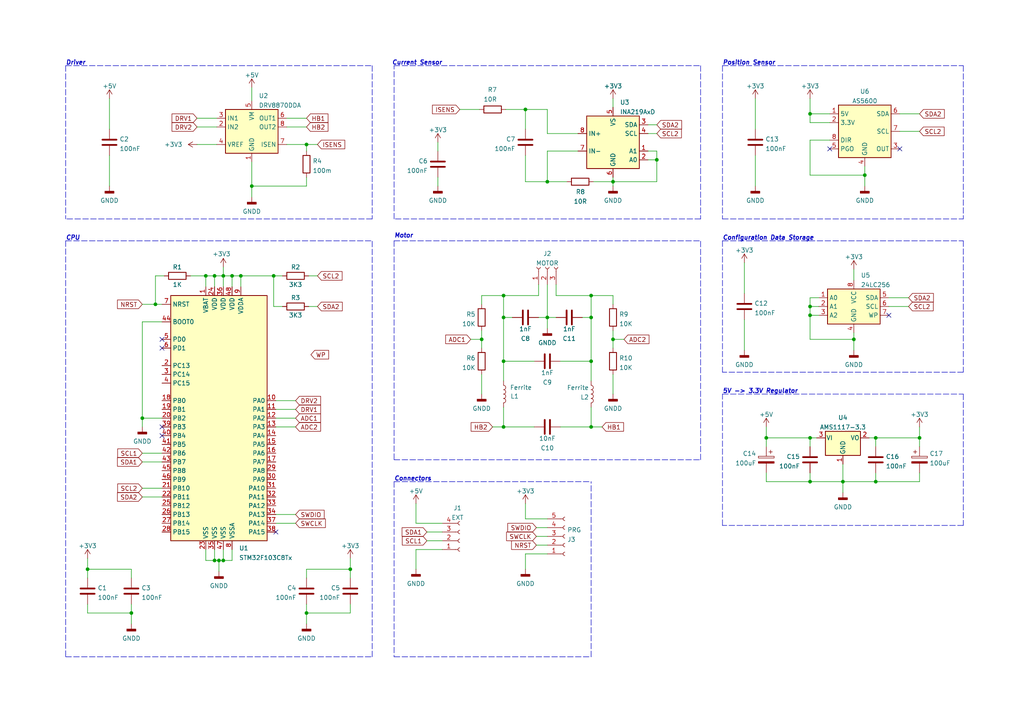
<source format=kicad_sch>
(kicad_sch (version 20211123) (generator eeschema)
  (paper "A4")
  (lib_symbols
    (symbol "Analog_ADC:INA219AxD"
      (property "Reference" "U" (at -6.35 8.89 0))
      (property "Value" "INA219AxD" (at 5.08 8.89 0))
      (symbol "INA219AxD_0_1"
        (rectangle (start -7.62 7.62) (end 7.62 -7.62) (stroke (width 0.254)) (fill (type background)))
      )
      (symbol "INA219AxD_1_1"
        (pin input line (at 10.16 -2.54 180) (length 2.54) (name "A1") (number "1"))
        (pin input line (at 10.16 -5.08 180) (length 2.54) (name "A0") (number "2"))
        (pin bidirectional line (at 10.16 5.08 180) (length 2.54) (name "SDA") (number "3"))
        (pin input line (at 10.16 2.54 180) (length 2.54) (name "SCL") (number "4"))
        (pin power_in line (at 0 10.16 270) (length 2.54) (name "VS") (number "5"))
        (pin power_in line (at 0 -10.16 90) (length 2.54) (name "GND") (number "6"))
        (pin input line (at -10.16 -2.54 0) (length 2.54) (name "IN-") (number "7"))
        (pin input line (at -10.16 2.54 0) (length 2.54) (name "IN+") (number "8"))
      )
    )
    (symbol "Connector:Conn_01x03_Female" (pin_names (offset 1.016) hide)
      (property "Reference" "J" (at 0 5.08 0))
      (property "Value" "Conn_01x03_Female" (at 0 -5.08 0))
      (symbol "Conn_01x03_Female_1_1"
        (arc (start 0 -2.032) (mid -0.508 -2.54) (end 0 -3.048) (stroke (width 0.1524)))
        (polyline (pts (xy -1.27 -2.54) (xy -0.508 -2.54)) (stroke (width 0.1524)))
        (polyline (pts (xy -1.27 0) (xy -0.508 0)) (stroke (width 0.1524)))
        (polyline (pts (xy -1.27 2.54) (xy -0.508 2.54)) (stroke (width 0.1524)))
        (arc (start 0 0.508) (mid -0.508 0) (end 0 -0.508) (stroke (width 0.1524)))
        (arc (start 0 3.048) (mid -0.508 2.54) (end 0 2.032) (stroke (width 0.1524)))
        (pin passive line (at -5.08 2.54 0) (length 3.81) (name "Pin_1") (number "1"))
        (pin passive line (at -5.08 0 0) (length 3.81) (name "Pin_2") (number "2"))
        (pin passive line (at -5.08 -2.54 0) (length 3.81) (name "Pin_3") (number "3"))
      )
    )
    (symbol "Connector:Conn_01x04_Female" (pin_names (offset 1.016) hide)
      (property "Reference" "J" (at 0 5.08 0))
      (property "Value" "Conn_01x04_Female" (at 0 -7.62 0))
      (symbol "Conn_01x04_Female_1_1"
        (arc (start 0 -4.572) (mid -0.508 -5.08) (end 0 -5.588) (stroke (width 0.1524)))
        (arc (start 0 -2.032) (mid -0.508 -2.54) (end 0 -3.048) (stroke (width 0.1524)))
        (polyline (pts (xy -1.27 -5.08) (xy -0.508 -5.08)) (stroke (width 0.1524)))
        (polyline (pts (xy -1.27 -2.54) (xy -0.508 -2.54)) (stroke (width 0.1524)))
        (polyline (pts (xy -1.27 0) (xy -0.508 0)) (stroke (width 0.1524)))
        (polyline (pts (xy -1.27 2.54) (xy -0.508 2.54)) (stroke (width 0.1524)))
        (arc (start 0 0.508) (mid -0.508 0) (end 0 -0.508) (stroke (width 0.1524)))
        (arc (start 0 3.048) (mid -0.508 2.54) (end 0 2.032) (stroke (width 0.1524)))
        (pin passive line (at -5.08 2.54 0) (length 3.81) (name "Pin_1") (number "1"))
        (pin passive line (at -5.08 0 0) (length 3.81) (name "Pin_2") (number "2"))
        (pin passive line (at -5.08 -2.54 0) (length 3.81) (name "Pin_3") (number "3"))
        (pin passive line (at -5.08 -5.08 0) (length 3.81) (name "Pin_4") (number "4"))
      )
    )
    (symbol "Connector:Conn_01x05_Female" (pin_names (offset 1.016) hide)
      (property "Reference" "J" (at 0 7.62 0))
      (property "Value" "Conn_01x05_Female" (at 0 -7.62 0))
      (symbol "Conn_01x05_Female_1_1"
        (arc (start 0 -4.572) (mid -0.508 -5.08) (end 0 -5.588) (stroke (width 0.1524)))
        (arc (start 0 -2.032) (mid -0.508 -2.54) (end 0 -3.048) (stroke (width 0.1524)))
        (polyline (pts (xy -1.27 -5.08) (xy -0.508 -5.08)) (stroke (width 0.1524)))
        (polyline (pts (xy -1.27 -2.54) (xy -0.508 -2.54)) (stroke (width 0.1524)))
        (polyline (pts (xy -1.27 0) (xy -0.508 0)) (stroke (width 0.1524)))
        (polyline (pts (xy -1.27 2.54) (xy -0.508 2.54)) (stroke (width 0.1524)))
        (polyline (pts (xy -1.27 5.08) (xy -0.508 5.08)) (stroke (width 0.1524)))
        (arc (start 0 0.508) (mid -0.508 0) (end 0 -0.508) (stroke (width 0.1524)))
        (arc (start 0 3.048) (mid -0.508 2.54) (end 0 2.032) (stroke (width 0.1524)))
        (arc (start 0 5.588) (mid -0.508 5.08) (end 0 4.572) (stroke (width 0.1524)))
        (pin passive line (at -5.08 5.08 0) (length 3.81) (name "Pin_1") (number "1"))
        (pin passive line (at -5.08 2.54 0) (length 3.81) (name "Pin_2") (number "2"))
        (pin passive line (at -5.08 0 0) (length 3.81) (name "Pin_3") (number "3"))
        (pin passive line (at -5.08 -2.54 0) (length 3.81) (name "Pin_4") (number "4"))
        (pin passive line (at -5.08 -5.08 0) (length 3.81) (name "Pin_5") (number "5"))
      )
    )
    (symbol "Custom:AS5600"
      (property "Reference" "U" (at 0 11.43 0))
      (property "Value" "AS5600" (at 0 8.89 0))
      (symbol "AS5600_0_1"
        (rectangle (start -7.62 7.62) (end 7.62 -7.62) (stroke (width 0.254)) (fill (type background)))
      )
      (symbol "AS5600_1_1"
        (pin power_in line (at -10.16 5.08 0) (length 2.54) (name "5V") (number "1"))
        (pin power_in line (at -10.16 2.54 0) (length 2.54) (name "3.3V") (number "2"))
        (pin output line (at 10.16 -5.08 180) (length 2.54) (name "OUT") (number "3"))
        (pin power_in line (at 0 -10.16 90) (length 2.54) (name "GND") (number "4"))
        (pin input line (at -10.16 -5.08 0) (length 2.54) (name "PGO") (number "5"))
        (pin bidirectional line (at 10.16 5.08 180) (length 2.54) (name "SDA") (number "6"))
        (pin input line (at 10.16 0 180) (length 2.54) (name "SCL") (number "7"))
        (pin input line (at -10.16 -2.54 0) (length 2.54) (name "DIR") (number "8"))
      )
    )
    (symbol "Device:C" (pin_numbers hide) (pin_names (offset 0.254))
      (property "Reference" "C" (at 0.635 2.54 0))
      (property "Value" "C" (at 0.635 -2.54 0))
      (symbol "C_0_1"
        (polyline (pts (xy -2.032 -0.762) (xy 2.032 -0.762)) (stroke (width 0.508)))
        (polyline (pts (xy -2.032 0.762) (xy 2.032 0.762)) (stroke (width 0.508)))
      )
      (symbol "C_1_1"
        (pin passive line (at 0 3.81 270) (length 2.794) (name "~") (number "1"))
        (pin passive line (at 0 -3.81 90) (length 2.794) (name "~") (number "2"))
      )
    )
    (symbol "Device:C_Polarized" (pin_numbers hide) (pin_names (offset 0.254))
      (property "Reference" "C" (at 0.635 2.54 0))
      (property "Value" "C_Polarized" (at 0.635 -2.54 0))
      (symbol "C_Polarized_0_1"
        (rectangle (start -2.286 0.508) (end 2.286 1.016))
        (polyline (pts (xy -1.778 2.286) (xy -0.762 2.286)))
        (polyline (pts (xy -1.27 2.794) (xy -1.27 1.778)))
        (rectangle (start 2.286 -0.508) (end -2.286 -1.016) (fill (type outline)))
      )
      (symbol "C_Polarized_1_1"
        (pin passive line (at 0 3.81 270) (length 2.794) (name "~") (number "1"))
        (pin passive line (at 0 -3.81 90) (length 2.794) (name "~") (number "2"))
      )
    )
    (symbol "Device:L" (pin_numbers hide) (pin_names (offset 1.016) hide)
      (property "Reference" "L" (at -1.27 0 90))
      (property "Value" "L" (at 1.905 0 90))
      (symbol "L_0_1"
        (arc (start 0 -2.54) (mid 0.635 -1.905) (end 0 -1.27))
        (arc (start 0 -1.27) (mid 0.635 -0.635) (end 0 0))
        (arc (start 0 0) (mid 0.635 0.635) (end 0 1.27))
        (arc (start 0 1.27) (mid 0.635 1.905) (end 0 2.54))
      )
      (symbol "L_1_1"
        (pin passive line (at 0 3.81 270) (length 1.27) (name "1") (number "1"))
        (pin passive line (at 0 -3.81 90) (length 1.27) (name "2") (number "2"))
      )
    )
    (symbol "Device:R" (pin_numbers hide) (pin_names (offset 0))
      (property "Reference" "R" (at 2.032 0 90))
      (property "Value" "R" (at 0 0 90))
      (symbol "R_0_1"
        (rectangle (start -1.016 -2.54) (end 1.016 2.54) (stroke (width 0.254)))
      )
      (symbol "R_1_1"
        (pin passive line (at 0 3.81 270) (length 1.27) (name "~") (number "1"))
        (pin passive line (at 0 -3.81 90) (length 1.27) (name "~") (number "2"))
      )
    )
    (symbol "Driver_Motor:DRV8870DDA"
      (property "Reference" "U" (at -6.35 6.35 0))
      (property "Value" "DRV8870DDA" (at 8.89 6.35 0))
      (symbol "DRV8870DDA_0_1"
        (rectangle (start -7.62 5.08) (end 7.62 -7.62) (stroke (width 0.254)) (fill (type background)))
      )
      (symbol "DRV8870DDA_1_1"
        (pin power_in line (at 0 -10.16 90) (length 2.54) (name "GND") (number "1"))
        (pin input line (at -10.16 0 0) (length 2.54) (name "IN2") (number "2"))
        (pin input line (at -10.16 2.54 0) (length 2.54) (name "IN1") (number "3"))
        (pin input line (at -10.16 -5.08 0) (length 2.54) (name "VREF") (number "4"))
        (pin power_in line (at 0 7.62 270) (length 2.54) (name "VM") (number "5"))
        (pin output line (at 10.16 2.54 180) (length 2.54) (name "OUT1") (number "6"))
        (pin passive line (at 10.16 -5.08 180) (length 2.54) (name "ISEN") (number "7"))
        (pin output line (at 10.16 0 180) (length 2.54) (name "OUT2") (number "8"))
        (pin passive line (at 0 -10.16 90) (length 2.54) hide (name "GND") (number "9"))
      )
    )
    (symbol "MCU_ST_STM32F1:STM32F103C8Tx"
      (property "Reference" "U" (at -15.24 36.83 0))
      (property "Value" "STM32F103C8Tx" (at 7.62 36.83 0))
      (symbol "STM32F103C8Tx_0_1"
        (rectangle (start -15.24 -35.56) (end 12.7 35.56) (stroke (width 0.254)) (fill (type background)))
      )
      (symbol "STM32F103C8Tx_1_1"
        (pin power_in line (at -5.08 38.1 270) (length 2.54) (name "VBAT") (number "1"))
        (pin bidirectional line (at 15.24 5.08 180) (length 2.54) (name "PA0") (number "10"))
        (pin bidirectional line (at 15.24 2.54 180) (length 2.54) (name "PA1") (number "11"))
        (pin bidirectional line (at 15.24 0 180) (length 2.54) (name "PA2") (number "12"))
        (pin bidirectional line (at 15.24 -2.54 180) (length 2.54) (name "PA3") (number "13"))
        (pin bidirectional line (at 15.24 -5.08 180) (length 2.54) (name "PA4") (number "14"))
        (pin bidirectional line (at 15.24 -7.62 180) (length 2.54) (name "PA5") (number "15"))
        (pin bidirectional line (at 15.24 -10.16 180) (length 2.54) (name "PA6") (number "16"))
        (pin bidirectional line (at 15.24 -12.7 180) (length 2.54) (name "PA7") (number "17"))
        (pin bidirectional line (at -17.78 5.08 0) (length 2.54) (name "PB0") (number "18"))
        (pin bidirectional line (at -17.78 2.54 0) (length 2.54) (name "PB1") (number "19"))
        (pin bidirectional line (at -17.78 15.24 0) (length 2.54) (name "PC13") (number "2"))
        (pin bidirectional line (at -17.78 0 0) (length 2.54) (name "PB2") (number "20"))
        (pin bidirectional line (at -17.78 -20.32 0) (length 2.54) (name "PB10") (number "21"))
        (pin bidirectional line (at -17.78 -22.86 0) (length 2.54) (name "PB11") (number "22"))
        (pin power_in line (at -5.08 -38.1 90) (length 2.54) (name "VSS") (number "23"))
        (pin power_in line (at -2.54 38.1 270) (length 2.54) (name "VDD") (number "24"))
        (pin bidirectional line (at -17.78 -25.4 0) (length 2.54) (name "PB12") (number "25"))
        (pin bidirectional line (at -17.78 -27.94 0) (length 2.54) (name "PB13") (number "26"))
        (pin bidirectional line (at -17.78 -30.48 0) (length 2.54) (name "PB14") (number "27"))
        (pin bidirectional line (at -17.78 -33.02 0) (length 2.54) (name "PB15") (number "28"))
        (pin bidirectional line (at 15.24 -15.24 180) (length 2.54) (name "PA8") (number "29"))
        (pin bidirectional line (at -17.78 12.7 0) (length 2.54) (name "PC14") (number "3"))
        (pin bidirectional line (at 15.24 -17.78 180) (length 2.54) (name "PA9") (number "30"))
        (pin bidirectional line (at 15.24 -20.32 180) (length 2.54) (name "PA10") (number "31"))
        (pin bidirectional line (at 15.24 -22.86 180) (length 2.54) (name "PA11") (number "32"))
        (pin bidirectional line (at 15.24 -25.4 180) (length 2.54) (name "PA12") (number "33"))
        (pin bidirectional line (at 15.24 -27.94 180) (length 2.54) (name "PA13") (number "34"))
        (pin power_in line (at -2.54 -38.1 90) (length 2.54) (name "VSS") (number "35"))
        (pin power_in line (at 0 38.1 270) (length 2.54) (name "VDD") (number "36"))
        (pin bidirectional line (at 15.24 -30.48 180) (length 2.54) (name "PA14") (number "37"))
        (pin bidirectional line (at 15.24 -33.02 180) (length 2.54) (name "PA15") (number "38"))
        (pin bidirectional line (at -17.78 -2.54 0) (length 2.54) (name "PB3") (number "39"))
        (pin bidirectional line (at -17.78 10.16 0) (length 2.54) (name "PC15") (number "4"))
        (pin bidirectional line (at -17.78 -5.08 0) (length 2.54) (name "PB4") (number "40"))
        (pin bidirectional line (at -17.78 -7.62 0) (length 2.54) (name "PB5") (number "41"))
        (pin bidirectional line (at -17.78 -10.16 0) (length 2.54) (name "PB6") (number "42"))
        (pin bidirectional line (at -17.78 -12.7 0) (length 2.54) (name "PB7") (number "43"))
        (pin input line (at -17.78 27.94 0) (length 2.54) (name "BOOT0") (number "44"))
        (pin bidirectional line (at -17.78 -15.24 0) (length 2.54) (name "PB8") (number "45"))
        (pin bidirectional line (at -17.78 -17.78 0) (length 2.54) (name "PB9") (number "46"))
        (pin power_in line (at 0 -38.1 90) (length 2.54) (name "VSS") (number "47"))
        (pin power_in line (at 2.54 38.1 270) (length 2.54) (name "VDD") (number "48"))
        (pin input line (at -17.78 22.86 0) (length 2.54) (name "PD0") (number "5"))
        (pin input line (at -17.78 20.32 0) (length 2.54) (name "PD1") (number "6"))
        (pin input line (at -17.78 33.02 0) (length 2.54) (name "NRST") (number "7"))
        (pin power_in line (at 2.54 -38.1 90) (length 2.54) (name "VSSA") (number "8"))
        (pin power_in line (at 5.08 38.1 270) (length 2.54) (name "VDDA") (number "9"))
      )
    )
    (symbol "Memory_EEPROM:24LC256"
      (property "Reference" "U" (at -6.35 6.35 0))
      (property "Value" "24LC256" (at 1.27 6.35 0))
      (symbol "24LC256_1_1"
        (rectangle (start -7.62 5.08) (end 7.62 -5.08) (stroke (width 0.254)) (fill (type background)))
        (pin input line (at -10.16 2.54 0) (length 2.54) (name "A0") (number "1"))
        (pin input line (at -10.16 0 0) (length 2.54) (name "A1") (number "2"))
        (pin input line (at -10.16 -2.54 0) (length 2.54) (name "A2") (number "3"))
        (pin power_in line (at 0 -7.62 90) (length 2.54) (name "GND") (number "4"))
        (pin bidirectional line (at 10.16 2.54 180) (length 2.54) (name "SDA") (number "5"))
        (pin input line (at 10.16 0 180) (length 2.54) (name "SCL") (number "6"))
        (pin input line (at 10.16 -2.54 180) (length 2.54) (name "WP") (number "7"))
        (pin power_in line (at 0 7.62 270) (length 2.54) (name "VCC") (number "8"))
      )
    )
    (symbol "Regulator_Linear:AMS1117-3.3" (pin_names (offset 0.254))
      (property "Reference" "U" (at -3.81 3.175 0))
      (property "Value" "AMS1117-3.3" (at 0 3.175 0))
      (symbol "AMS1117-3.3_0_1"
        (rectangle (start -5.08 -5.08) (end 5.08 1.905) (stroke (width 0.254)) (fill (type background)))
      )
      (symbol "AMS1117-3.3_1_1"
        (pin power_in line (at 0 -7.62 90) (length 2.54) (name "GND") (number "1"))
        (pin power_out line (at 7.62 0 180) (length 2.54) (name "VO") (number "2"))
        (pin power_in line (at -7.62 0 0) (length 2.54) (name "VI") (number "3"))
      )
    )
    (symbol "power:+3.3V" (power) (pin_names (offset 0))
      (property "Value" "+3.3V" (at 0 3.556 0))
      (symbol "+3.3V_0_1"
        (polyline (pts (xy -0.762 1.27) (xy 0 2.54)))
        (polyline (pts (xy 0 0) (xy 0 2.54)))
        (polyline (pts (xy 0 2.54) (xy 0.762 1.27)))
      )
      (symbol "+3.3V_1_1"
        (pin power_in line (at 0 0 90) (length 0) hide (name "+3V3") (number "1"))
      )
    )
    (symbol "power:+5V" (power) (pin_names (offset 0))
      (property "Value" "+5V" (at 0 3.556 0))
      (symbol "+5V_0_1"
        (polyline (pts (xy -0.762 1.27) (xy 0 2.54)))
        (polyline (pts (xy 0 0) (xy 0 2.54)))
        (polyline (pts (xy 0 2.54) (xy 0.762 1.27)))
      )
      (symbol "+5V_1_1"
        (pin power_in line (at 0 0 90) (length 0) hide (name "+5V") (number "1"))
      )
    )
    (symbol "power:GNDD" (power) (pin_names (offset 0))
      (property "Value" "GNDD" (at 0 -3.175 0))
      (symbol "GNDD_0_1"
        (rectangle (start -1.27 -1.524) (end 1.27 -2.032) (stroke (width 0.254)) (fill (type outline)))
        (polyline (pts (xy 0 0) (xy 0 -1.524)))
      )
      (symbol "GNDD_1_1"
        (pin power_in line (at 0 0 270) (length 0) hide (name "GNDD") (number "1"))
      )
    )
  )
  (junction (at 146.05 123.825))
  (junction (at 250.825 50.8))
  (junction (at 146.05 92.075))
  (junction (at 177.8 52.705))
  (junction (at 171.45 123.825))
  (junction (at 171.45 85.725))
  (junction (at 67.31 80.01))
  (junction (at 171.45 92.075))
  (junction (at 266.7 127))
  (junction (at 64.77 80.01))
  (junction (at 234.95 127))
  (junction (at 25.4 165.1))
  (junction (at 73.025 53.975))
  (junction (at 177.8 98.425))
  (junction (at 101.6 165.1))
  (junction (at 244.475 139.7))
  (junction (at 222.25 127))
  (junction (at 88.9 177.8))
  (junction (at 79.375 80.01))
  (junction (at 59.69 80.01))
  (junction (at 88.9 41.91))
  (junction (at 234.95 139.7))
  (junction (at 69.85 80.01))
  (junction (at 171.45 104.775))
  (junction (at 64.77 162.56))
  (junction (at 62.23 80.01))
  (junction (at 158.75 92.075))
  (junction (at 41.275 121.285))
  (junction (at 234.95 33.02))
  (junction (at 152.4 31.75))
  (junction (at 234.95 88.9))
  (junction (at 146.05 85.725))
  (junction (at 247.65 98.425))
  (junction (at 139.7 98.425))
  (junction (at 254 139.7))
  (junction (at 234.95 91.44))
  (junction (at 62.23 162.56))
  (junction (at 190.5 46.355))
  (junction (at 45.085 88.265))
  (junction (at 146.05 104.775))
  (junction (at 63.5 162.56))
  (junction (at 38.1 177.8))
  (junction (at 254 127))
  (junction (at 158.75 52.705))
  (no_connect (at 260.985 43.18))
  (no_connect (at 46.99 100.965))
  (no_connect (at 46.99 126.365))
  (no_connect (at 46.99 123.825))
  (no_connect (at 80.01 154.305))
  (no_connect (at 46.99 98.425))
  (no_connect (at 240.665 43.18))
  (no_connect (at 257.81 91.44))
  (wire (pts (xy 222.25 127) (xy 234.95 127)))
  (wire (pts (xy 187.96 43.815) (xy 190.5 43.815)))
  (wire (pts (xy 234.95 88.9) (xy 237.49 88.9)))
  (wire (pts (xy 266.7 137.16) (xy 266.7 139.7)))
  (wire (pts (xy 187.96 46.355) (xy 190.5 46.355)))
  (wire (pts (xy 41.275 141.605) (xy 46.99 141.605)))
  (wire (pts (xy 244.475 139.7) (xy 244.475 142.875)))
  (wire (pts (xy 240.665 40.64) (xy 234.95 40.64)))
  (polyline (pts (xy 114.3 139.7) (xy 114.3 190.5)))
  (wire (pts (xy 142.875 123.825) (xy 146.05 123.825)))
  (wire (pts (xy 59.69 162.56) (xy 62.23 162.56)))
  (wire (pts (xy 139.7 98.425) (xy 139.7 100.965)))
  (wire (pts (xy 89.535 80.01) (xy 92.075 80.01)))
  (wire (pts (xy 41.275 93.345) (xy 46.99 93.345)))
  (wire (pts (xy 80.01 151.765) (xy 85.725 151.765)))
  (wire (pts (xy 146.05 92.075) (xy 146.05 104.775)))
  (wire (pts (xy 31.75 45.085) (xy 31.75 53.975)))
  (wire (pts (xy 152.4 150.495) (xy 158.75 150.495)))
  (wire (pts (xy 80.01 116.205) (xy 85.725 116.205)))
  (wire (pts (xy 62.23 159.385) (xy 62.23 162.56)))
  (wire (pts (xy 158.75 160.655) (xy 152.4 160.655)))
  (wire (pts (xy 187.96 38.735) (xy 190.5 38.735)))
  (wire (pts (xy 257.81 86.36) (xy 263.525 86.36)))
  (wire (pts (xy 80.01 123.825) (xy 85.725 123.825)))
  (wire (pts (xy 46.99 88.265) (xy 45.085 88.265)))
  (wire (pts (xy 247.65 98.425) (xy 247.65 101.6)))
  (wire (pts (xy 247.65 96.52) (xy 247.65 98.425)))
  (wire (pts (xy 234.95 91.44) (xy 237.49 91.44)))
  (wire (pts (xy 25.4 161.925) (xy 25.4 165.1)))
  (wire (pts (xy 38.1 177.8) (xy 25.4 177.8)))
  (wire (pts (xy 171.45 118.11) (xy 171.45 123.825)))
  (wire (pts (xy 139.7 85.725) (xy 146.05 85.725)))
  (polyline (pts (xy 19.05 69.85) (xy 107.95 69.85)))
  (wire (pts (xy 254 139.7) (xy 266.7 139.7)))
  (polyline (pts (xy 114.3 69.85) (xy 203.2 69.85)))
  (wire (pts (xy 244.475 139.7) (xy 254 139.7)))
  (wire (pts (xy 254 129.54) (xy 254 127)))
  (wire (pts (xy 237.49 86.36) (xy 234.95 86.36)))
  (polyline (pts (xy 279.4 107.95) (xy 209.55 107.95)))
  (wire (pts (xy 101.6 165.1) (xy 88.9 165.1)))
  (wire (pts (xy 155.575 155.575) (xy 158.75 155.575)))
  (wire (pts (xy 152.4 160.655) (xy 152.4 165.1)))
  (polyline (pts (xy 209.55 69.85) (xy 279.4 69.85)))
  (polyline (pts (xy 209.55 69.85) (xy 209.55 107.95)))
  (polyline (pts (xy 107.95 63.5) (xy 19.05 63.5)))
  (wire (pts (xy 67.31 80.01) (xy 69.85 80.01)))
  (wire (pts (xy 156.21 92.075) (xy 158.75 92.075)))
  (wire (pts (xy 234.95 40.64) (xy 234.95 50.8)))
  (wire (pts (xy 41.275 123.825) (xy 41.275 121.285)))
  (wire (pts (xy 80.01 118.745) (xy 85.725 118.745)))
  (wire (pts (xy 146.685 31.75) (xy 152.4 31.75)))
  (wire (pts (xy 146.05 92.075) (xy 148.59 92.075)))
  (wire (pts (xy 234.95 33.02) (xy 234.95 35.56)))
  (wire (pts (xy 190.5 43.815) (xy 190.5 46.355)))
  (polyline (pts (xy 19.05 69.85) (xy 19.05 190.5)))
  (wire (pts (xy 222.25 137.16) (xy 222.25 139.7)))
  (wire (pts (xy 73.025 46.99) (xy 73.025 53.975)))
  (wire (pts (xy 88.9 41.91) (xy 88.9 43.815)))
  (wire (pts (xy 161.29 82.55) (xy 161.29 85.725)))
  (wire (pts (xy 38.1 165.1) (xy 38.1 167.64)))
  (wire (pts (xy 234.95 127) (xy 236.855 127)))
  (wire (pts (xy 250.825 48.26) (xy 250.825 50.8)))
  (wire (pts (xy 158.75 43.815) (xy 158.75 52.705)))
  (wire (pts (xy 172.085 52.705) (xy 177.8 52.705)))
  (wire (pts (xy 79.375 80.01) (xy 81.915 80.01)))
  (wire (pts (xy 80.01 149.225) (xy 85.725 149.225)))
  (wire (pts (xy 25.4 165.1) (xy 38.1 165.1)))
  (wire (pts (xy 152.4 146.05) (xy 152.4 150.495)))
  (wire (pts (xy 67.31 80.01) (xy 67.31 83.185)))
  (wire (pts (xy 171.45 92.075) (xy 171.45 104.775)))
  (polyline (pts (xy 114.3 139.7) (xy 171.45 139.7)))
  (wire (pts (xy 168.91 92.075) (xy 171.45 92.075)))
  (polyline (pts (xy 114.3 133.35) (xy 203.2 133.35)))
  (wire (pts (xy 146.05 104.775) (xy 146.05 110.49)))
  (wire (pts (xy 234.95 35.56) (xy 240.665 35.56)))
  (wire (pts (xy 120.65 159.385) (xy 128.27 159.385)))
  (wire (pts (xy 152.4 31.75) (xy 158.75 31.75)))
  (wire (pts (xy 139.7 95.885) (xy 139.7 98.425)))
  (wire (pts (xy 64.77 80.01) (xy 64.77 83.185)))
  (polyline (pts (xy 209.55 63.5) (xy 279.4 63.5)))
  (wire (pts (xy 67.31 162.56) (xy 67.31 159.385)))
  (wire (pts (xy 152.4 45.085) (xy 152.4 52.705)))
  (wire (pts (xy 88.9 51.435) (xy 88.9 53.975)))
  (wire (pts (xy 59.69 83.185) (xy 59.69 80.01)))
  (polyline (pts (xy 19.05 19.05) (xy 19.05 63.5)))
  (wire (pts (xy 64.77 159.385) (xy 64.77 162.56)))
  (wire (pts (xy 158.75 82.55) (xy 158.75 92.075)))
  (wire (pts (xy 101.6 161.925) (xy 101.6 165.1)))
  (wire (pts (xy 88.9 175.26) (xy 88.9 177.8)))
  (wire (pts (xy 41.275 93.345) (xy 41.275 121.285)))
  (wire (pts (xy 254 137.16) (xy 254 139.7)))
  (wire (pts (xy 171.45 104.775) (xy 171.45 110.49)))
  (wire (pts (xy 41.275 131.445) (xy 46.99 131.445)))
  (wire (pts (xy 31.75 28.575) (xy 31.75 37.465)))
  (wire (pts (xy 41.275 133.985) (xy 46.99 133.985)))
  (wire (pts (xy 257.81 88.9) (xy 263.525 88.9)))
  (wire (pts (xy 234.95 129.54) (xy 234.95 127)))
  (wire (pts (xy 177.8 108.585) (xy 177.8 114.3)))
  (wire (pts (xy 73.025 53.975) (xy 88.9 53.975)))
  (polyline (pts (xy 107.95 19.05) (xy 107.95 63.5)))
  (wire (pts (xy 69.85 80.01) (xy 69.85 83.185)))
  (wire (pts (xy 162.56 123.825) (xy 171.45 123.825)))
  (wire (pts (xy 64.77 80.01) (xy 64.77 77.47)))
  (wire (pts (xy 177.8 51.435) (xy 177.8 52.705)))
  (wire (pts (xy 120.65 165.1) (xy 120.65 159.385)))
  (wire (pts (xy 69.85 80.01) (xy 79.375 80.01)))
  (wire (pts (xy 219.075 28.575) (xy 219.075 37.465)))
  (wire (pts (xy 240.665 33.02) (xy 234.95 33.02)))
  (wire (pts (xy 57.15 36.83) (xy 62.865 36.83)))
  (wire (pts (xy 177.8 85.725) (xy 171.45 85.725)))
  (wire (pts (xy 123.825 154.305) (xy 128.27 154.305)))
  (wire (pts (xy 234.95 91.44) (xy 234.95 98.425)))
  (polyline (pts (xy 171.45 190.5) (xy 171.45 139.7)))
  (wire (pts (xy 62.23 80.01) (xy 64.77 80.01)))
  (wire (pts (xy 62.23 83.185) (xy 62.23 80.01)))
  (wire (pts (xy 162.56 104.775) (xy 171.45 104.775)))
  (polyline (pts (xy 107.95 190.5) (xy 107.95 69.85)))
  (polyline (pts (xy 19.05 19.05) (xy 107.95 19.05)))
  (polyline (pts (xy 279.4 152.4) (xy 209.55 152.4)))
  (wire (pts (xy 139.7 108.585) (xy 139.7 114.3)))
  (wire (pts (xy 222.25 123.825) (xy 222.25 127)))
  (wire (pts (xy 266.7 129.54) (xy 266.7 127)))
  (wire (pts (xy 234.95 50.8) (xy 250.825 50.8)))
  (wire (pts (xy 156.21 85.725) (xy 146.05 85.725)))
  (wire (pts (xy 127 41.275) (xy 127 43.815)))
  (wire (pts (xy 25.4 175.26) (xy 25.4 177.8)))
  (wire (pts (xy 73.025 53.975) (xy 73.025 57.15)))
  (wire (pts (xy 158.75 52.705) (xy 164.465 52.705)))
  (wire (pts (xy 177.8 95.885) (xy 177.8 98.425)))
  (wire (pts (xy 57.15 34.29) (xy 62.865 34.29)))
  (polyline (pts (xy 279.4 114.3) (xy 279.4 152.4)))
  (wire (pts (xy 41.275 144.145) (xy 46.99 144.145)))
  (wire (pts (xy 41.275 88.265) (xy 45.085 88.265)))
  (polyline (pts (xy 209.55 19.05) (xy 209.55 63.5)))
  (wire (pts (xy 79.375 80.01) (xy 79.375 88.9)))
  (wire (pts (xy 55.245 80.01) (xy 59.69 80.01)))
  (wire (pts (xy 190.5 46.355) (xy 190.5 52.705)))
  (wire (pts (xy 41.275 121.285) (xy 46.99 121.285)))
  (wire (pts (xy 101.6 175.26) (xy 101.6 177.8)))
  (wire (pts (xy 234.95 98.425) (xy 247.65 98.425)))
  (wire (pts (xy 88.9 41.91) (xy 92.075 41.91)))
  (wire (pts (xy 215.9 92.71) (xy 215.9 101.6)))
  (wire (pts (xy 222.25 129.54) (xy 222.25 127)))
  (wire (pts (xy 187.96 36.195) (xy 190.5 36.195)))
  (wire (pts (xy 177.8 52.705) (xy 177.8 53.975)))
  (wire (pts (xy 250.825 50.8) (xy 250.825 53.975)))
  (wire (pts (xy 83.185 34.29) (xy 88.9 34.29)))
  (wire (pts (xy 128.27 151.765) (xy 120.65 151.765)))
  (wire (pts (xy 177.8 98.425) (xy 180.975 98.425)))
  (wire (pts (xy 177.8 98.425) (xy 177.8 100.965)))
  (wire (pts (xy 89.535 88.9) (xy 92.075 88.9)))
  (wire (pts (xy 155.575 153.035) (xy 158.75 153.035)))
  (polyline (pts (xy 203.2 133.35) (xy 203.2 69.85)))
  (wire (pts (xy 234.95 28.575) (xy 234.95 33.02)))
  (wire (pts (xy 80.01 121.285) (xy 85.725 121.285)))
  (wire (pts (xy 45.085 88.265) (xy 45.085 80.01)))
  (wire (pts (xy 64.77 162.56) (xy 67.31 162.56)))
  (wire (pts (xy 156.21 82.55) (xy 156.21 85.725)))
  (wire (pts (xy 25.4 165.1) (xy 25.4 167.64)))
  (wire (pts (xy 146.05 104.775) (xy 154.94 104.775)))
  (wire (pts (xy 155.575 158.115) (xy 158.75 158.115)))
  (wire (pts (xy 45.085 80.01) (xy 47.625 80.01)))
  (wire (pts (xy 161.29 85.725) (xy 171.45 85.725)))
  (wire (pts (xy 63.5 162.56) (xy 64.77 162.56)))
  (polyline (pts (xy 19.05 190.5) (xy 107.95 190.5)))
  (wire (pts (xy 222.25 139.7) (xy 234.95 139.7)))
  (wire (pts (xy 234.95 137.16) (xy 234.95 139.7)))
  (polyline (pts (xy 114.3 190.5) (xy 171.45 190.5)))
  (wire (pts (xy 64.77 80.01) (xy 67.31 80.01)))
  (wire (pts (xy 62.23 162.56) (xy 63.5 162.56)))
  (wire (pts (xy 158.75 92.075) (xy 158.75 95.25)))
  (wire (pts (xy 38.1 175.26) (xy 38.1 177.8)))
  (wire (pts (xy 171.45 85.725) (xy 171.45 92.075)))
  (polyline (pts (xy 279.4 19.05) (xy 279.4 63.5)))
  (wire (pts (xy 57.15 41.91) (xy 62.865 41.91)))
  (wire (pts (xy 120.65 151.765) (xy 120.65 146.05)))
  (wire (pts (xy 260.985 38.1) (xy 266.7 38.1)))
  (polyline (pts (xy 114.3 63.5) (xy 114.3 19.05)))
  (wire (pts (xy 219.075 45.085) (xy 219.075 53.975)))
  (wire (pts (xy 83.185 36.83) (xy 88.9 36.83)))
  (wire (pts (xy 123.825 156.845) (xy 128.27 156.845)))
  (wire (pts (xy 79.375 88.9) (xy 81.915 88.9)))
  (wire (pts (xy 254 127) (xy 266.7 127)))
  (wire (pts (xy 171.45 123.825) (xy 174.625 123.825)))
  (wire (pts (xy 234.95 88.9) (xy 234.95 91.44)))
  (wire (pts (xy 101.6 165.1) (xy 101.6 167.64)))
  (polyline (pts (xy 203.2 63.5) (xy 114.3 63.5)))
  (wire (pts (xy 158.75 38.735) (xy 167.64 38.735)))
  (wire (pts (xy 252.095 127) (xy 254 127)))
  (polyline (pts (xy 209.55 19.05) (xy 279.4 19.05)))
  (wire (pts (xy 234.95 86.36) (xy 234.95 88.9)))
  (wire (pts (xy 127 51.435) (xy 127 53.975)))
  (wire (pts (xy 234.95 139.7) (xy 244.475 139.7)))
  (wire (pts (xy 158.75 43.815) (xy 167.64 43.815)))
  (polyline (pts (xy 114.3 69.85) (xy 114.3 133.35)))
  (wire (pts (xy 146.05 123.825) (xy 154.94 123.825)))
  (wire (pts (xy 63.5 165.735) (xy 63.5 162.56)))
  (wire (pts (xy 38.1 177.8) (xy 38.1 180.975)))
  (wire (pts (xy 177.8 52.705) (xy 190.5 52.705)))
  (wire (pts (xy 152.4 31.75) (xy 152.4 37.465)))
  (wire (pts (xy 158.75 92.075) (xy 161.29 92.075)))
  (polyline (pts (xy 279.4 69.85) (xy 279.4 107.95)))
  (wire (pts (xy 73.025 25.4) (xy 73.025 29.21)))
  (wire (pts (xy 146.05 85.725) (xy 146.05 92.075)))
  (wire (pts (xy 83.185 41.91) (xy 88.9 41.91)))
  (wire (pts (xy 244.475 139.7) (xy 244.475 134.62)))
  (polyline (pts (xy 114.3 19.05) (xy 203.2 19.05)))
  (wire (pts (xy 158.75 31.75) (xy 158.75 38.735)))
  (polyline (pts (xy 203.2 19.05) (xy 203.2 63.5)))
  (wire (pts (xy 177.8 28.575) (xy 177.8 31.115)))
  (wire (pts (xy 152.4 52.705) (xy 158.75 52.705)))
  (polyline (pts (xy 209.55 152.4) (xy 209.55 114.3)))
  (wire (pts (xy 62.23 80.01) (xy 59.69 80.01)))
  (wire (pts (xy 247.65 78.105) (xy 247.65 81.28)))
  (wire (pts (xy 146.05 118.11) (xy 146.05 123.825)))
  (wire (pts (xy 101.6 177.8) (xy 88.9 177.8)))
  (wire (pts (xy 59.69 159.385) (xy 59.69 162.56)))
  (polyline (pts (xy 209.55 114.3) (xy 279.4 114.3)))
  (wire (pts (xy 88.9 177.8) (xy 88.9 180.975)))
  (wire (pts (xy 260.985 33.02) (xy 266.7 33.02)))
  (wire (pts (xy 88.9 165.1) (xy 88.9 167.64)))
  (wire (pts (xy 139.7 88.265) (xy 139.7 85.725)))
  (wire (pts (xy 133.35 31.75) (xy 139.065 31.75)))
  (wire (pts (xy 177.8 88.265) (xy 177.8 85.725)))
  (wire (pts (xy 136.525 98.425) (xy 139.7 98.425)))
  (wire (pts (xy 266.7 123.825) (xy 266.7 127)))
  (wire (pts (xy 215.9 76.2) (xy 215.9 85.09)))
  (text "Current Sensor" (at 113.665 19.05 0) (effects (font (size 1.27 1.27) bold italic) (justify left bottom)))
  (text "Position Sensor\n" (at 209.55 19.05 0) (effects (font (size 1.27 1.27) bold italic) (justify left bottom)))
  (text "Motor" (at 114.3 69.215 0) (effects (font (size 1.27 1.27) bold italic) (justify left bottom)))
  (text "5V -> 3.3V Regulator" (at 209.55 114.3 0) (effects (font (size 1.27 1.27) (thickness 0.254) bold italic) (justify left bottom)))
  (text "Driver\n" (at 19.05 19.05 0) (effects (font (size 1.27 1.27) bold italic) (justify left bottom)))
  (text "CPU" (at 19.05 69.85 0) (effects (font (size 1.27 1.27) bold italic) (justify left bottom)))
  (text "Connectors" (at 114.3 139.7 0) (effects (font (size 1.27 1.27) bold italic) (justify left bottom)))
  (text "Configuration Data Storage" (at 209.55 69.85 0) (effects (font (size 1.27 1.27) bold italic) (justify left bottom)))
  (global_label "NRST" (shape input) (at 41.275 88.265 180) (property "Intersheet References" "${INTERSHEET_REFS}" (effects hide)))
  (global_label "ADC2" (shape input) (at 85.725 123.825 0) (property "Intersheet References" "${INTERSHEET_REFS}" (effects hide)))
  (global_label "SCL2" (shape input) (at 92.075 80.01 0) (property "Intersheet References" "${INTERSHEET_REFS}" (effects hide)))
  (global_label "SCL2" (shape input) (at 266.7 38.1 0) (property "Intersheet References" "${INTERSHEET_REFS}" (effects hide)))
  (global_label "SDA2" (shape input) (at 41.275 144.145 180) (property "Intersheet References" "${INTERSHEET_REFS}" (effects hide)))
  (global_label "SDA1" (shape input) (at 41.275 133.985 180) (property "Intersheet References" "${INTERSHEET_REFS}" (effects hide)))
  (global_label "SDA2" (shape input) (at 92.075 88.9 0) (property "Intersheet References" "${INTERSHEET_REFS}" (effects hide)))
  (global_label "SDA1" (shape input) (at 123.825 154.305 180) (property "Intersheet References" "${INTERSHEET_REFS}" (effects hide)))
  (global_label "SCL2" (shape input) (at 190.5 38.735 0) (property "Intersheet References" "${INTERSHEET_REFS}" (effects hide)))
  (global_label "HB1" (shape input) (at 174.625 123.825 0) (property "Intersheet References" "${INTERSHEET_REFS}" (effects hide)))
  (global_label "SDA2" (shape input) (at 190.5 36.195 0) (property "Intersheet References" "${INTERSHEET_REFS}" (effects hide)))
  (global_label "SCL2" (shape input) (at 263.525 88.9 0) (property "Intersheet References" "${INTERSHEET_REFS}" (effects hide)))
  (global_label "ADC1" (shape input) (at 85.725 121.285 0) (property "Intersheet References" "${INTERSHEET_REFS}" (effects hide)))
  (global_label "SCL1" (shape input) (at 41.275 131.445 180) (property "Intersheet References" "${INTERSHEET_REFS}" (effects hide)))
  (global_label "DRV1" (shape input) (at 85.725 118.745 0) (property "Intersheet References" "${INTERSHEET_REFS}" (effects hide)))
  (global_label "DRV2" (shape input) (at 57.15 36.83 180) (property "Intersheet References" "${INTERSHEET_REFS}" (effects hide)))
  (global_label "SCL2" (shape input) (at 41.275 141.605 180) (property "Intersheet References" "${INTERSHEET_REFS}" (effects hide)))
  (global_label "HB2" (shape input) (at 88.9 36.83 0) (property "Intersheet References" "${INTERSHEET_REFS}" (effects hide)))
  (global_label "ADC1" (shape input) (at 136.525 98.425 180) (property "Intersheet References" "${INTERSHEET_REFS}" (effects hide)))
  (global_label "WP" (shape input) (at 90.17 102.87 0) (property "Intersheet References" "${INTERSHEET_REFS}" (effects hide)))
  (global_label "ISENS" (shape input) (at 133.35 31.75 180) (property "Intersheet References" "${INTERSHEET_REFS}" (effects hide)))
  (global_label "HB1" (shape input) (at 88.9 34.29 0) (property "Intersheet References" "${INTERSHEET_REFS}" (effects hide)))
  (global_label "ISENS" (shape input) (at 92.075 41.91 0) (property "Intersheet References" "${INTERSHEET_REFS}" (effects hide)))
  (global_label "SCL1" (shape input) (at 123.825 156.845 180) (property "Intersheet References" "${INTERSHEET_REFS}" (effects hide)))
  (global_label "SWCLK" (shape input) (at 155.575 155.575 180) (property "Intersheet References" "${INTERSHEET_REFS}" (effects hide)))
  (global_label "HB2" (shape input) (at 142.875 123.825 180) (property "Intersheet References" "${INTERSHEET_REFS}" (effects hide)))
  (global_label "ADC2" (shape input) (at 180.975 98.425 0) (property "Intersheet References" "${INTERSHEET_REFS}" (effects hide)))
  (global_label "SWDIO" (shape input) (at 155.575 153.035 180) (property "Intersheet References" "${INTERSHEET_REFS}" (effects hide)))
  (global_label "DRV1" (shape input) (at 57.15 34.29 180) (property "Intersheet References" "${INTERSHEET_REFS}" (effects hide)))
  (global_label "NRST" (shape input) (at 155.575 158.115 180) (property "Intersheet References" "${INTERSHEET_REFS}" (effects hide)))
  (global_label "SDA2" (shape input) (at 263.525 86.36 0) (property "Intersheet References" "${INTERSHEET_REFS}" (effects hide)))
  (global_label "SWDIO" (shape input) (at 85.725 149.225 0) (property "Intersheet References" "${INTERSHEET_REFS}" (effects hide)))
  (global_label "DRV2" (shape input) (at 85.725 116.205 0) (property "Intersheet References" "${INTERSHEET_REFS}" (effects hide)))
  (global_label "SWCLK" (shape input) (at 85.725 151.765 0) (property "Intersheet References" "${INTERSHEET_REFS}" (effects hide)))
  (global_label "SDA2" (shape input) (at 266.7 33.02 0) (property "Intersheet References" "${INTERSHEET_REFS}" (effects hide)))
  (symbol (lib_id "Connector:Conn_01x05_Female") (at 163.83 155.575 0) (mirror x) (unit 1)
    (property "Reference" "J3" (at 164.5412 156.4835 0) (effects (justify left)))
    (property "Value" "PRG" (at 164.5412 153.7084 0) (effects (justify left)))
    (property "Footprint" "Connector_PinHeader_2.54mm:PinHeader_1x05_P2.54mm_Vertical_SMD_Pin1Left" (effects hide))
  )
  (symbol (lib_id "Driver_Motor:DRV8870DDA") (at 73.025 36.83 0) (unit 1)
    (property "Reference" "U2" (at 75.0444 27.7835 0) (effects (justify left)))
    (property "Value" "DRV8870DDA" (at 75.0444 30.5586 0) (effects (justify left)))
    (property "Footprint" "Package_SO:SOIC-8-1EP_3.9x4.9mm_P1.27mm_EP2.514x3.2mm" (effects hide))
    (property "Datasheet" "http://www.ti.com/lit/ds/symlink/drv8870.pdf" (effects hide))
  )
  (symbol (lib_id "Device:R") (at 139.7 92.075 0) (unit 1)
    (property "Reference" "R5" (at 137.922 91.1665 0) (effects (justify right)))
    (property "Value" "10K" (at 137.922 93.9416 0) (effects (justify right)))
    (property "Footprint" "Resistor_SMD:R_0603_1608Metric_Pad0.98x0.95mm_HandSolder" (effects hide))
  )
  (symbol (lib_id "Device:R") (at 177.8 92.075 0) (mirror y) (unit 1)
    (property "Reference" "R9" (at 179.578 91.1665 0) (effects (justify right)))
    (property "Value" "10K" (at 179.578 93.9416 0) (effects (justify right)))
    (property "Footprint" "Resistor_SMD:R_0603_1608Metric_Pad0.98x0.95mm_HandSolder" (effects hide))
  )
  (symbol (lib_id "power:+3.3V") (at 127 41.275 0) (unit 1)
    (property "Reference" "#PWR015" (effects hide))
    (property "Value" "+3.3V" (at 127 37.6705 0))
  )
  (symbol (lib_id "power:GNDD") (at 247.65 101.6 0) (mirror y) (unit 1)
    (property "Reference" "#PWR031" (effects hide))
    (property "Value" "GNDD" (at 247.65 105.7815 0))
  )
  (symbol (lib_id "Device:C") (at 158.75 104.775 90) (mirror x) (unit 1)
    (property "Reference" "C9" (at 158.75 110.9005 90))
    (property "Value" "1nF" (at 158.75 108.1254 90))
    (property "Footprint" "Resistor_SMD:R_0603_1608Metric_Pad0.98x0.95mm_HandSolder" (effects hide))
  )
  (symbol (lib_id "Regulator_Linear:AMS1117-3.3") (at 244.475 127 0) (unit 1)
    (property "Reference" "U4" (at 244.475 121.1285 0))
    (property "Value" "AMS1117-3.3" (at 244.475 123.9036 0))
    (property "Footprint" "Package_TO_SOT_SMD:SOT-223-3_TabPin2" (effects hide))
    (property "Datasheet" "http://www.advanced-monolithic.com/pdf/ds1117.pdf" (effects hide))
  )
  (symbol (lib_id "power:GNDD") (at 177.8 53.975 0) (unit 1)
    (property "Reference" "#PWR021" (effects hide))
    (property "Value" "GNDD" (at 177.8 58.1565 0))
  )
  (symbol (lib_id "power:+3.3V") (at 177.8 28.575 0) (unit 1)
    (property "Reference" "#PWR020" (effects hide))
    (property "Value" "+3.3V" (at 177.8 24.9705 0))
  )
  (symbol (lib_id "power:GNDD") (at 41.275 123.825 0) (mirror y) (unit 1)
    (property "Reference" "#PWR05" (effects hide))
    (property "Value" "GNDD" (at 41.275 128.0065 0))
  )
  (symbol (lib_id "Device:C") (at 88.9 171.45 0) (mirror x) (unit 1)
    (property "Reference" "C4" (at 85.979 170.5415 0) (effects (justify right)))
    (property "Value" "100nF" (at 85.979 173.3166 0) (effects (justify right)))
    (property "Footprint" "Resistor_SMD:R_0603_1608Metric_Pad0.98x0.95mm_HandSolder" (effects hide))
  )
  (symbol (lib_id "power:+3.3V") (at 152.4 146.05 0) (unit 1)
    (property "Reference" "#PWR018" (effects hide))
    (property "Value" "+3.3V" (at 152.4 142.4455 0))
  )
  (symbol (lib_id "power:GNDD") (at 31.75 53.975 0) (mirror y) (unit 1)
    (property "Reference" "#PWR03" (effects hide))
    (property "Value" "GNDD" (at 31.75 58.1565 0))
  )
  (symbol (lib_id "power:+5V") (at 120.65 146.05 0) (unit 1)
    (property "Reference" "#PWR013" (effects hide))
    (property "Value" "+5V" (at 120.65 142.4455 0))
  )
  (symbol (lib_id "Device:C") (at 38.1 171.45 180) (unit 1)
    (property "Reference" "C3" (at 41.021 170.5415 0) (effects (justify right)))
    (property "Value" "100nF" (at 41.021 173.3166 0) (effects (justify right)))
    (property "Footprint" "Resistor_SMD:R_0603_1608Metric_Pad0.98x0.95mm_HandSolder" (effects hide))
  )
  (symbol (lib_id "power:GNDD") (at 244.475 142.875 0) (unit 1)
    (property "Reference" "#PWR029" (effects hide))
    (property "Value" "GNDD" (at 244.475 147.0565 0))
  )
  (symbol (lib_id "power:GNDD") (at 63.5 165.735 0) (mirror y) (unit 1)
    (property "Reference" "#PWR07" (effects hide))
    (property "Value" "GNDD" (at 63.5 169.9165 0))
  )
  (symbol (lib_id "power:GNDD") (at 177.8 114.3 0) (unit 1)
    (property "Reference" "#PWR022" (effects hide))
    (property "Value" "GNDD" (at 177.8 118.4815 0))
  )
  (symbol (lib_id "power:+3.3V") (at 247.65 78.105 0) (mirror y) (unit 1)
    (property "Reference" "#PWR030" (effects hide))
    (property "Value" "+3.3V" (at 247.65 74.5005 0))
  )
  (symbol (lib_id "power:+3.3V") (at 101.6 161.925 0) (unit 1)
    (property "Reference" "#PWR012" (effects hide))
    (property "Value" "+3.3V" (at 101.6 158.3205 0))
  )
  (symbol (lib_id "power:GNDD") (at 120.65 165.1 0) (unit 1)
    (property "Reference" "#PWR014" (effects hide))
    (property "Value" "GNDD" (at 120.65 169.2815 0))
  )
  (symbol (lib_id "power:+5V") (at 222.25 123.825 0) (unit 1)
    (property "Reference" "#PWR027" (effects hide))
    (property "Value" "+5V" (at 222.25 120.2205 0))
  )
  (symbol (lib_id "power:GNDD") (at 215.9 101.6 0) (mirror y) (unit 1)
    (property "Reference" "#PWR024" (effects hide))
    (property "Value" "GNDD" (at 215.9 105.7815 0))
  )
  (symbol (lib_id "Device:L") (at 171.45 114.3 0) (unit 1)
    (property "Reference" "L2" (at 170.815 115.2085 0) (effects (justify right)))
    (property "Value" "Ferrite" (at 170.815 112.4334 0) (effects (justify right)))
    (property "Footprint" "Resistor_SMD:R_0603_1608Metric_Pad0.98x0.95mm_HandSolder" (effects hide))
  )
  (symbol (lib_id "power:+3.3V") (at 215.9 76.2 0) (mirror y) (unit 1)
    (property "Reference" "#PWR023" (effects hide))
    (property "Value" "+3.3V" (at 215.9 72.5955 0))
  )
  (symbol (lib_id "Device:R") (at 142.875 31.75 90) (mirror x) (unit 1)
    (property "Reference" "R7" (at 144.145 26.035 90) (effects (justify left)))
    (property "Value" "10R" (at 144.145 28.8101 90) (effects (justify left)))
    (property "Footprint" "Resistor_SMD:R_0603_1608Metric_Pad0.98x0.95mm_HandSolder" (effects hide))
  )
  (symbol (lib_id "Device:R") (at 139.7 104.775 0) (unit 1)
    (property "Reference" "R6" (at 137.922 103.8665 0) (effects (justify right)))
    (property "Value" "10K" (at 137.922 106.6416 0) (effects (justify right)))
    (property "Footprint" "Resistor_SMD:R_0603_1608Metric_Pad0.98x0.95mm_HandSolder" (effects hide))
  )
  (symbol (lib_id "Device:C") (at 234.95 133.35 0) (mirror y) (unit 1)
    (property "Reference" "C15" (at 232.029 132.4415 0) (effects (justify left)))
    (property "Value" "100nF" (at 232.029 135.2166 0) (effects (justify left)))
    (property "Footprint" "Resistor_SMD:R_0603_1608Metric_Pad0.98x0.95mm_HandSolder" (effects hide))
  )
  (symbol (lib_id "power:+3.3V") (at 25.4 161.925 0) (mirror y) (unit 1)
    (property "Reference" "#PWR01" (effects hide))
    (property "Value" "+3.3V" (at 25.4 158.3205 0))
  )
  (symbol (lib_id "Device:R") (at 85.725 80.01 90) (unit 1)
    (property "Reference" "R2" (at 85.725 77.47 90))
    (property "Value" "3K3" (at 85.725 82.55 90))
    (property "Footprint" "Resistor_SMD:R_0603_1608Metric_Pad0.98x0.95mm_HandSolder" (effects hide))
  )
  (symbol (lib_id "Analog_ADC:INA219AxD") (at 177.8 41.275 0) (unit 1)
    (property "Reference" "U3" (at 179.8194 29.6885 0) (effects (justify left)))
    (property "Value" "INA219AxD" (at 179.8194 32.4636 0) (effects (justify left)))
    (property "Footprint" "Package_SO:SO-8_3.9x4.9mm_P1.27mm" (effects hide))
    (property "Datasheet" "http://www.ti.com/lit/ds/symlink/ina219.pdf" (effects hide))
  )
  (symbol (lib_id "Device:C") (at 101.6 171.45 0) (mirror x) (unit 1)
    (property "Reference" "C5" (at 98.679 170.5415 0) (effects (justify right)))
    (property "Value" "100nF" (at 98.679 173.3166 0) (effects (justify right)))
    (property "Footprint" "Resistor_SMD:R_0603_1608Metric_Pad0.98x0.95mm_HandSolder" (effects hide))
  )
  (symbol (lib_id "power:+3.3V") (at 219.075 28.575 0) (mirror y) (unit 1)
    (property "Reference" "#PWR025" (effects hide))
    (property "Value" "+3.3V" (at 219.075 24.9705 0))
  )
  (symbol (lib_id "Device:C") (at 152.4 41.275 0) (unit 1)
    (property "Reference" "C7" (at 149.479 40.3665 0) (effects (justify right)))
    (property "Value" "100nF" (at 149.479 43.1416 0) (effects (justify right)))
    (property "Footprint" "Resistor_SMD:R_0603_1608Metric_Pad0.98x0.95mm_HandSolder" (effects hide))
  )
  (symbol (lib_id "power:+3.3V") (at 57.15 41.91 90) (unit 1)
    (property "Reference" "#PWR06" (effects hide))
    (property "Value" "+3.3V" (at 47.625 41.91 90) (effects (justify right)))
  )
  (symbol (lib_id "Device:C") (at 165.1 92.075 90) (mirror x) (unit 1)
    (property "Reference" "C11" (at 165.1 98.2005 90))
    (property "Value" "1nF" (at 165.1 95.4254 90))
    (property "Footprint" "Resistor_SMD:R_0603_1608Metric_Pad0.98x0.95mm_HandSolder" (effects hide))
  )
  (symbol (lib_id "Device:R") (at 168.275 52.705 270) (unit 1)
    (property "Reference" "R8" (at 167.005 55.6449 90) (effects (justify left)))
    (property "Value" "10R" (at 166.37 58.42 90) (effects (justify left)))
    (property "Footprint" "Resistor_SMD:R_0603_1608Metric_Pad0.98x0.95mm_HandSolder" (effects hide))
  )
  (symbol (lib_id "Device:C") (at 31.75 41.275 180) (unit 1)
    (property "Reference" "C2" (at 34.671 40.3665 0) (effects (justify right)))
    (property "Value" "100nF" (at 34.671 43.1416 0) (effects (justify right)))
    (property "Footprint" "Resistor_SMD:R_0603_1608Metric_Pad0.98x0.95mm_HandSolder" (effects hide))
  )
  (symbol (lib_id "Memory_EEPROM:24LC256") (at 247.65 88.9 0) (unit 1)
    (property "Reference" "U5" (at 249.6694 79.8535 0) (effects (justify left)))
    (property "Value" "24LC256" (at 249.6694 82.6286 0) (effects (justify left)))
    (property "Footprint" "Package_SO:SO-8_3.9x4.9mm_P1.27mm" (effects hide))
    (property "Datasheet" "http://ww1.microchip.com/downloads/en/devicedoc/21203m.pdf" (effects hide))
  )
  (symbol (lib_id "Device:R") (at 51.435 80.01 90) (unit 1)
    (property "Reference" "R1" (at 51.435 77.47 90))
    (property "Value" "1K" (at 51.435 82.55 90))
    (property "Footprint" "Resistor_SMD:R_0603_1608Metric_Pad0.98x0.95mm_HandSolder" (effects hide))
  )
  (symbol (lib_id "Custom:AS5600") (at 250.825 38.1 0) (unit 1)
    (property "Reference" "U6" (at 250.825 26.5135 0))
    (property "Value" "AS5600" (at 250.825 29.2886 0))
    (property "Footprint" "Package_SO:SO-8_3.9x4.9mm_P1.27mm" (effects hide))
  )
  (symbol (lib_id "Device:C") (at 158.75 123.825 90) (mirror x) (unit 1)
    (property "Reference" "C10" (at 158.75 129.9505 90))
    (property "Value" "10nF" (at 158.75 127.1754 90))
    (property "Footprint" "Resistor_SMD:R_0603_1608Metric_Pad0.98x0.95mm_HandSolder" (effects hide))
  )
  (symbol (lib_id "power:+3.3V") (at 266.7 123.825 0) (unit 1)
    (property "Reference" "#PWR033" (effects hide))
    (property "Value" "+3.3V" (at 266.7 120.2205 0))
  )
  (symbol (lib_id "power:+3.3V") (at 64.77 77.47 0) (unit 1)
    (property "Reference" "#PWR08" (effects hide))
    (property "Value" "+3.3V" (at 61.595 73.66 0) (effects (justify left)))
  )
  (symbol (lib_id "Connector:Conn_01x04_Female") (at 133.35 156.845 0) (mirror x) (unit 1)
    (property "Reference" "J1" (at 132.715 147.3413 0))
    (property "Value" "EXT" (at 132.715 150.1164 0))
    (property "Footprint" "Custom Footprints:Pad_1x04_P2.54mm_Vertical" (effects hide))
  )
  (symbol (lib_id "power:+3.3V") (at 234.95 28.575 0) (mirror y) (unit 1)
    (property "Reference" "#PWR028" (effects hide))
    (property "Value" "+3.3V" (at 234.95 24.9705 0))
  )
  (symbol (lib_id "Device:C") (at 127 47.625 0) (mirror x) (unit 1)
    (property "Reference" "C6" (at 124.079 46.7165 0) (effects (justify right)))
    (property "Value" "100nF" (at 124.079 49.4916 0) (effects (justify right)))
    (property "Footprint" "Resistor_SMD:R_0603_1608Metric_Pad0.98x0.95mm_HandSolder" (effects hide))
  )
  (symbol (lib_id "Device:C") (at 25.4 171.45 180) (unit 1)
    (property "Reference" "C1" (at 28.321 170.5415 0) (effects (justify right)))
    (property "Value" "100nF" (at 28.321 173.3166 0) (effects (justify right)))
    (property "Footprint" "Resistor_SMD:R_0603_1608Metric_Pad0.98x0.95mm_HandSolder" (effects hide))
  )
  (symbol (lib_id "power:GNDD") (at 219.075 53.975 0) (mirror y) (unit 1)
    (property "Reference" "#PWR026" (effects hide))
    (property "Value" "GNDD" (at 219.075 58.1565 0))
  )
  (symbol (lib_id "MCU_ST_STM32F1:STM32F103C8Tx") (at 64.77 121.285 0) (unit 1)
    (property "Reference" "U1" (at 69.3294 158.9945 0) (effects (justify left)))
    (property "Value" "STM32F103C8Tx" (at 69.3294 161.7696 0) (effects (justify left)))
    (property "Footprint" "Package_QFP:LQFP-48_7x7mm_P0.5mm" (effects hide))
    (property "Datasheet" "http://www.st.com/st-web-ui/static/active/en/resource/technical/document/datasheet/CD00161566.pdf" (effects hide))
  )
  (symbol (lib_id "Device:C") (at 152.4 92.075 90) (mirror x) (unit 1)
    (property "Reference" "C8" (at 152.4 98.2005 90))
    (property "Value" "1nF" (at 152.4 95.4254 90))
    (property "Footprint" "Resistor_SMD:R_0603_1608Metric_Pad0.98x0.95mm_HandSolder" (effects hide))
  )
  (symbol (lib_id "Device:R") (at 85.725 88.9 90) (unit 1)
    (property "Reference" "R3" (at 85.725 86.36 90))
    (property "Value" "3K3" (at 85.725 91.44 90))
    (property "Footprint" "Resistor_SMD:R_0603_1608Metric_Pad0.98x0.95mm_HandSolder" (effects hide))
  )
  (symbol (lib_id "power:GNDD") (at 38.1 180.975 0) (mirror y) (unit 1)
    (property "Reference" "#PWR04" (effects hide))
    (property "Value" "GNDD" (at 38.1 185.1565 0))
  )
  (symbol (lib_id "power:GNDD") (at 88.9 180.975 0) (unit 1)
    (property "Reference" "#PWR011" (effects hide))
    (property "Value" "GNDD" (at 88.9 185.1565 0))
  )
  (symbol (lib_id "power:GNDD") (at 158.75 95.25 0) (unit 1)
    (property "Reference" "#PWR0101" (effects hide))
    (property "Value" "GNDD" (at 158.75 99.4315 0))
  )
  (symbol (lib_id "Device:R") (at 88.9 47.625 0) (mirror y) (unit 1)
    (property "Reference" "R4" (at 90.678 46.7165 0) (effects (justify right)))
    (property "Value" "100m" (at 90.678 49.4916 0) (effects (justify right)))
    (property "Footprint" "Resistor_SMD:R_1206_3216Metric_Pad1.30x1.75mm_HandSolder" (effects hide))
  )
  (symbol (lib_id "Device:R") (at 177.8 104.775 0) (mirror y) (unit 1)
    (property "Reference" "R10" (at 179.578 103.8665 0) (effects (justify right)))
    (property "Value" "10K" (at 179.578 106.6416 0) (effects (justify right)))
    (property "Footprint" "Resistor_SMD:R_0603_1608Metric_Pad0.98x0.95mm_HandSolder" (effects hide))
  )
  (symbol (lib_id "power:+5V") (at 73.025 25.4 0) (unit 1)
    (property "Reference" "#PWR09" (effects hide))
    (property "Value" "+5V" (at 73.025 21.7955 0))
  )
  (symbol (lib_id "power:GNDD") (at 73.025 57.15 0) (unit 1)
    (property "Reference" "#PWR010" (effects hide))
    (property "Value" "GNDD" (at 73.025 61.3315 0))
  )
  (symbol (lib_id "Device:C") (at 254 133.35 0) (unit 1)
    (property "Reference" "C16" (at 256.921 132.4415 0) (effects (justify left)))
    (property "Value" "100nF" (at 256.921 135.2166 0) (effects (justify left)))
    (property "Footprint" "Resistor_SMD:R_0603_1608Metric_Pad0.98x0.95mm_HandSolder" (effects hide))
  )
  (symbol (lib_id "Device:C") (at 219.075 41.275 180) (unit 1)
    (property "Reference" "C13" (at 221.996 40.3665 0) (effects (justify right)))
    (property "Value" "100nF" (at 221.996 43.1416 0) (effects (justify right)))
    (property "Footprint" "Resistor_SMD:R_0603_1608Metric_Pad0.98x0.95mm_HandSolder" (effects hide))
  )
  (symbol (lib_id "power:+5V") (at 31.75 28.575 0) (unit 1)
    (property "Reference" "#PWR02" (effects hide))
    (property "Value" "+5V" (at 31.75 24.9705 0))
  )
  (symbol (lib_id "Connector:Conn_01x03_Female") (at 158.75 77.47 90) (unit 1)
    (property "Reference" "J2" (at 158.75 73.5543 90))
    (property "Value" "MOTOR" (at 158.75 76.3294 90))
    (property "Footprint" "Custom Footprints:DC motor 17mm" (effects hide))
  )
  (symbol (lib_id "Device:C_Polarized") (at 266.7 133.35 0) (unit 1)
    (property "Reference" "C17" (at 269.621 131.5525 0) (effects (justify left)))
    (property "Value" "100uF" (at 269.621 134.3276 0) (effects (justify left)))
    (property "Footprint" "Capacitor_Tantalum_SMD:CP_EIA-3216-10_Kemet-I" (effects hide))
  )
  (symbol (lib_id "power:GNDD") (at 152.4 165.1 0) (unit 1)
    (property "Reference" "#PWR019" (effects hide))
    (property "Value" "GNDD" (at 152.4 169.2815 0))
  )
  (symbol (lib_id "Device:L") (at 146.05 114.3 0) (unit 1)
    (property "Reference" "L1" (at 150.495 114.935 0) (effects (justify right)))
    (property "Value" "Ferrite" (at 154.305 112.395 0) (effects (justify right)))
    (property "Footprint" "Resistor_SMD:R_0603_1608Metric_Pad0.98x0.95mm_HandSolder" (effects hide))
  )
  (symbol (lib_id "Device:C") (at 215.9 88.9 180) (unit 1)
    (property "Reference" "C12" (at 218.821 87.9915 0) (effects (justify right)))
    (property "Value" "100nF" (at 218.821 90.7666 0) (effects (justify right)))
    (property "Footprint" "Resistor_SMD:R_0603_1608Metric_Pad0.98x0.95mm_HandSolder" (effects hide))
  )
  (symbol (lib_id "Device:C_Polarized") (at 222.25 133.35 0) (mirror y) (unit 1)
    (property "Reference" "C14" (at 219.329 131.5525 0) (effects (justify left)))
    (property "Value" "100uF" (at 219.329 134.3276 0) (effects (justify left)))
    (property "Footprint" "Capacitor_Tantalum_SMD:CP_EIA-3216-10_Kemet-I" (effects hide))
  )
  (symbol (lib_id "power:GNDD") (at 139.7 114.3 0) (mirror y) (unit 1)
    (property "Reference" "#PWR017" (effects hide))
    (property "Value" "GNDD" (at 139.7 118.4815 0))
  )
  (symbol (lib_id "power:GNDD") (at 250.825 53.975 0) (mirror y) (unit 1)
    (property "Reference" "#PWR032" (effects hide))
    (property "Value" "GNDD" (at 250.825 58.1565 0))
  )
  (symbol (lib_id "power:GNDD") (at 127 53.975 0) (unit 1)
    (property "Reference" "#PWR016" (effects hide))
    (property "Value" "GNDD" (at 127 58.1565 0))
  )
)
</source>
